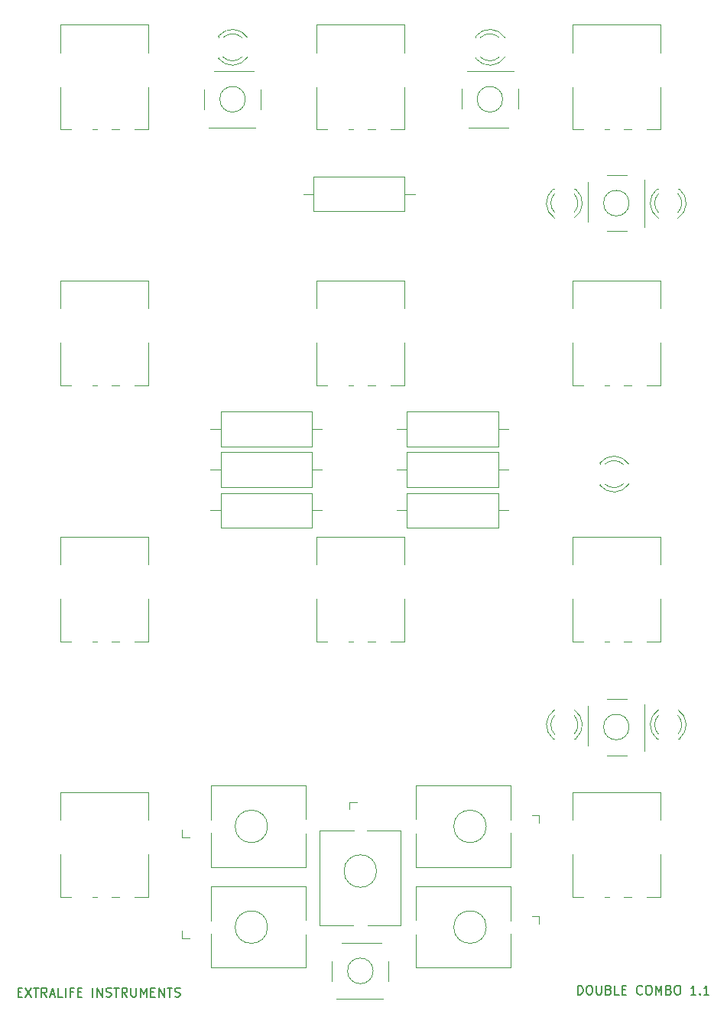
<source format=gbr>
%TF.GenerationSoftware,KiCad,Pcbnew,7.0.1*%
%TF.CreationDate,2023-10-25T20:50:29-07:00*%
%TF.ProjectId,daisy_ampsim_euro_pcb,64616973-795f-4616-9d70-73696d5f6575,rev?*%
%TF.SameCoordinates,Original*%
%TF.FileFunction,Legend,Top*%
%TF.FilePolarity,Positive*%
%FSLAX46Y46*%
G04 Gerber Fmt 4.6, Leading zero omitted, Abs format (unit mm)*
G04 Created by KiCad (PCBNEW 7.0.1) date 2023-10-25 20:50:29*
%MOMM*%
%LPD*%
G01*
G04 APERTURE LIST*
%ADD10C,0.150000*%
%ADD11C,0.120000*%
G04 APERTURE END LIST*
D10*
X42238095Y-151353809D02*
X42571428Y-151353809D01*
X42714285Y-151877619D02*
X42238095Y-151877619D01*
X42238095Y-151877619D02*
X42238095Y-150877619D01*
X42238095Y-150877619D02*
X42714285Y-150877619D01*
X43047619Y-150877619D02*
X43714285Y-151877619D01*
X43714285Y-150877619D02*
X43047619Y-151877619D01*
X43952381Y-150877619D02*
X44523809Y-150877619D01*
X44238095Y-151877619D02*
X44238095Y-150877619D01*
X45428571Y-151877619D02*
X45095238Y-151401428D01*
X44857143Y-151877619D02*
X44857143Y-150877619D01*
X44857143Y-150877619D02*
X45238095Y-150877619D01*
X45238095Y-150877619D02*
X45333333Y-150925238D01*
X45333333Y-150925238D02*
X45380952Y-150972857D01*
X45380952Y-150972857D02*
X45428571Y-151068095D01*
X45428571Y-151068095D02*
X45428571Y-151210952D01*
X45428571Y-151210952D02*
X45380952Y-151306190D01*
X45380952Y-151306190D02*
X45333333Y-151353809D01*
X45333333Y-151353809D02*
X45238095Y-151401428D01*
X45238095Y-151401428D02*
X44857143Y-151401428D01*
X45809524Y-151591904D02*
X46285714Y-151591904D01*
X45714286Y-151877619D02*
X46047619Y-150877619D01*
X46047619Y-150877619D02*
X46380952Y-151877619D01*
X47190476Y-151877619D02*
X46714286Y-151877619D01*
X46714286Y-151877619D02*
X46714286Y-150877619D01*
X47523810Y-151877619D02*
X47523810Y-150877619D01*
X48333333Y-151353809D02*
X48000000Y-151353809D01*
X48000000Y-151877619D02*
X48000000Y-150877619D01*
X48000000Y-150877619D02*
X48476190Y-150877619D01*
X48857143Y-151353809D02*
X49190476Y-151353809D01*
X49333333Y-151877619D02*
X48857143Y-151877619D01*
X48857143Y-151877619D02*
X48857143Y-150877619D01*
X48857143Y-150877619D02*
X49333333Y-150877619D01*
X50523810Y-151877619D02*
X50523810Y-150877619D01*
X51000000Y-151877619D02*
X51000000Y-150877619D01*
X51000000Y-150877619D02*
X51571428Y-151877619D01*
X51571428Y-151877619D02*
X51571428Y-150877619D01*
X52000000Y-151830000D02*
X52142857Y-151877619D01*
X52142857Y-151877619D02*
X52380952Y-151877619D01*
X52380952Y-151877619D02*
X52476190Y-151830000D01*
X52476190Y-151830000D02*
X52523809Y-151782380D01*
X52523809Y-151782380D02*
X52571428Y-151687142D01*
X52571428Y-151687142D02*
X52571428Y-151591904D01*
X52571428Y-151591904D02*
X52523809Y-151496666D01*
X52523809Y-151496666D02*
X52476190Y-151449047D01*
X52476190Y-151449047D02*
X52380952Y-151401428D01*
X52380952Y-151401428D02*
X52190476Y-151353809D01*
X52190476Y-151353809D02*
X52095238Y-151306190D01*
X52095238Y-151306190D02*
X52047619Y-151258571D01*
X52047619Y-151258571D02*
X52000000Y-151163333D01*
X52000000Y-151163333D02*
X52000000Y-151068095D01*
X52000000Y-151068095D02*
X52047619Y-150972857D01*
X52047619Y-150972857D02*
X52095238Y-150925238D01*
X52095238Y-150925238D02*
X52190476Y-150877619D01*
X52190476Y-150877619D02*
X52428571Y-150877619D01*
X52428571Y-150877619D02*
X52571428Y-150925238D01*
X52857143Y-150877619D02*
X53428571Y-150877619D01*
X53142857Y-151877619D02*
X53142857Y-150877619D01*
X54333333Y-151877619D02*
X54000000Y-151401428D01*
X53761905Y-151877619D02*
X53761905Y-150877619D01*
X53761905Y-150877619D02*
X54142857Y-150877619D01*
X54142857Y-150877619D02*
X54238095Y-150925238D01*
X54238095Y-150925238D02*
X54285714Y-150972857D01*
X54285714Y-150972857D02*
X54333333Y-151068095D01*
X54333333Y-151068095D02*
X54333333Y-151210952D01*
X54333333Y-151210952D02*
X54285714Y-151306190D01*
X54285714Y-151306190D02*
X54238095Y-151353809D01*
X54238095Y-151353809D02*
X54142857Y-151401428D01*
X54142857Y-151401428D02*
X53761905Y-151401428D01*
X54761905Y-150877619D02*
X54761905Y-151687142D01*
X54761905Y-151687142D02*
X54809524Y-151782380D01*
X54809524Y-151782380D02*
X54857143Y-151830000D01*
X54857143Y-151830000D02*
X54952381Y-151877619D01*
X54952381Y-151877619D02*
X55142857Y-151877619D01*
X55142857Y-151877619D02*
X55238095Y-151830000D01*
X55238095Y-151830000D02*
X55285714Y-151782380D01*
X55285714Y-151782380D02*
X55333333Y-151687142D01*
X55333333Y-151687142D02*
X55333333Y-150877619D01*
X55809524Y-151877619D02*
X55809524Y-150877619D01*
X55809524Y-150877619D02*
X56142857Y-151591904D01*
X56142857Y-151591904D02*
X56476190Y-150877619D01*
X56476190Y-150877619D02*
X56476190Y-151877619D01*
X56952381Y-151353809D02*
X57285714Y-151353809D01*
X57428571Y-151877619D02*
X56952381Y-151877619D01*
X56952381Y-151877619D02*
X56952381Y-150877619D01*
X56952381Y-150877619D02*
X57428571Y-150877619D01*
X57857143Y-151877619D02*
X57857143Y-150877619D01*
X57857143Y-150877619D02*
X58428571Y-151877619D01*
X58428571Y-151877619D02*
X58428571Y-150877619D01*
X58761905Y-150877619D02*
X59333333Y-150877619D01*
X59047619Y-151877619D02*
X59047619Y-150877619D01*
X59619048Y-151830000D02*
X59761905Y-151877619D01*
X59761905Y-151877619D02*
X60000000Y-151877619D01*
X60000000Y-151877619D02*
X60095238Y-151830000D01*
X60095238Y-151830000D02*
X60142857Y-151782380D01*
X60142857Y-151782380D02*
X60190476Y-151687142D01*
X60190476Y-151687142D02*
X60190476Y-151591904D01*
X60190476Y-151591904D02*
X60142857Y-151496666D01*
X60142857Y-151496666D02*
X60095238Y-151449047D01*
X60095238Y-151449047D02*
X60000000Y-151401428D01*
X60000000Y-151401428D02*
X59809524Y-151353809D01*
X59809524Y-151353809D02*
X59714286Y-151306190D01*
X59714286Y-151306190D02*
X59666667Y-151258571D01*
X59666667Y-151258571D02*
X59619048Y-151163333D01*
X59619048Y-151163333D02*
X59619048Y-151068095D01*
X59619048Y-151068095D02*
X59666667Y-150972857D01*
X59666667Y-150972857D02*
X59714286Y-150925238D01*
X59714286Y-150925238D02*
X59809524Y-150877619D01*
X59809524Y-150877619D02*
X60047619Y-150877619D01*
X60047619Y-150877619D02*
X60190476Y-150925238D01*
X104238095Y-151627619D02*
X104238095Y-150627619D01*
X104238095Y-150627619D02*
X104476190Y-150627619D01*
X104476190Y-150627619D02*
X104619047Y-150675238D01*
X104619047Y-150675238D02*
X104714285Y-150770476D01*
X104714285Y-150770476D02*
X104761904Y-150865714D01*
X104761904Y-150865714D02*
X104809523Y-151056190D01*
X104809523Y-151056190D02*
X104809523Y-151199047D01*
X104809523Y-151199047D02*
X104761904Y-151389523D01*
X104761904Y-151389523D02*
X104714285Y-151484761D01*
X104714285Y-151484761D02*
X104619047Y-151580000D01*
X104619047Y-151580000D02*
X104476190Y-151627619D01*
X104476190Y-151627619D02*
X104238095Y-151627619D01*
X105428571Y-150627619D02*
X105619047Y-150627619D01*
X105619047Y-150627619D02*
X105714285Y-150675238D01*
X105714285Y-150675238D02*
X105809523Y-150770476D01*
X105809523Y-150770476D02*
X105857142Y-150960952D01*
X105857142Y-150960952D02*
X105857142Y-151294285D01*
X105857142Y-151294285D02*
X105809523Y-151484761D01*
X105809523Y-151484761D02*
X105714285Y-151580000D01*
X105714285Y-151580000D02*
X105619047Y-151627619D01*
X105619047Y-151627619D02*
X105428571Y-151627619D01*
X105428571Y-151627619D02*
X105333333Y-151580000D01*
X105333333Y-151580000D02*
X105238095Y-151484761D01*
X105238095Y-151484761D02*
X105190476Y-151294285D01*
X105190476Y-151294285D02*
X105190476Y-150960952D01*
X105190476Y-150960952D02*
X105238095Y-150770476D01*
X105238095Y-150770476D02*
X105333333Y-150675238D01*
X105333333Y-150675238D02*
X105428571Y-150627619D01*
X106285714Y-150627619D02*
X106285714Y-151437142D01*
X106285714Y-151437142D02*
X106333333Y-151532380D01*
X106333333Y-151532380D02*
X106380952Y-151580000D01*
X106380952Y-151580000D02*
X106476190Y-151627619D01*
X106476190Y-151627619D02*
X106666666Y-151627619D01*
X106666666Y-151627619D02*
X106761904Y-151580000D01*
X106761904Y-151580000D02*
X106809523Y-151532380D01*
X106809523Y-151532380D02*
X106857142Y-151437142D01*
X106857142Y-151437142D02*
X106857142Y-150627619D01*
X107666666Y-151103809D02*
X107809523Y-151151428D01*
X107809523Y-151151428D02*
X107857142Y-151199047D01*
X107857142Y-151199047D02*
X107904761Y-151294285D01*
X107904761Y-151294285D02*
X107904761Y-151437142D01*
X107904761Y-151437142D02*
X107857142Y-151532380D01*
X107857142Y-151532380D02*
X107809523Y-151580000D01*
X107809523Y-151580000D02*
X107714285Y-151627619D01*
X107714285Y-151627619D02*
X107333333Y-151627619D01*
X107333333Y-151627619D02*
X107333333Y-150627619D01*
X107333333Y-150627619D02*
X107666666Y-150627619D01*
X107666666Y-150627619D02*
X107761904Y-150675238D01*
X107761904Y-150675238D02*
X107809523Y-150722857D01*
X107809523Y-150722857D02*
X107857142Y-150818095D01*
X107857142Y-150818095D02*
X107857142Y-150913333D01*
X107857142Y-150913333D02*
X107809523Y-151008571D01*
X107809523Y-151008571D02*
X107761904Y-151056190D01*
X107761904Y-151056190D02*
X107666666Y-151103809D01*
X107666666Y-151103809D02*
X107333333Y-151103809D01*
X108809523Y-151627619D02*
X108333333Y-151627619D01*
X108333333Y-151627619D02*
X108333333Y-150627619D01*
X109142857Y-151103809D02*
X109476190Y-151103809D01*
X109619047Y-151627619D02*
X109142857Y-151627619D01*
X109142857Y-151627619D02*
X109142857Y-150627619D01*
X109142857Y-150627619D02*
X109619047Y-150627619D01*
X111380952Y-151532380D02*
X111333333Y-151580000D01*
X111333333Y-151580000D02*
X111190476Y-151627619D01*
X111190476Y-151627619D02*
X111095238Y-151627619D01*
X111095238Y-151627619D02*
X110952381Y-151580000D01*
X110952381Y-151580000D02*
X110857143Y-151484761D01*
X110857143Y-151484761D02*
X110809524Y-151389523D01*
X110809524Y-151389523D02*
X110761905Y-151199047D01*
X110761905Y-151199047D02*
X110761905Y-151056190D01*
X110761905Y-151056190D02*
X110809524Y-150865714D01*
X110809524Y-150865714D02*
X110857143Y-150770476D01*
X110857143Y-150770476D02*
X110952381Y-150675238D01*
X110952381Y-150675238D02*
X111095238Y-150627619D01*
X111095238Y-150627619D02*
X111190476Y-150627619D01*
X111190476Y-150627619D02*
X111333333Y-150675238D01*
X111333333Y-150675238D02*
X111380952Y-150722857D01*
X112000000Y-150627619D02*
X112190476Y-150627619D01*
X112190476Y-150627619D02*
X112285714Y-150675238D01*
X112285714Y-150675238D02*
X112380952Y-150770476D01*
X112380952Y-150770476D02*
X112428571Y-150960952D01*
X112428571Y-150960952D02*
X112428571Y-151294285D01*
X112428571Y-151294285D02*
X112380952Y-151484761D01*
X112380952Y-151484761D02*
X112285714Y-151580000D01*
X112285714Y-151580000D02*
X112190476Y-151627619D01*
X112190476Y-151627619D02*
X112000000Y-151627619D01*
X112000000Y-151627619D02*
X111904762Y-151580000D01*
X111904762Y-151580000D02*
X111809524Y-151484761D01*
X111809524Y-151484761D02*
X111761905Y-151294285D01*
X111761905Y-151294285D02*
X111761905Y-150960952D01*
X111761905Y-150960952D02*
X111809524Y-150770476D01*
X111809524Y-150770476D02*
X111904762Y-150675238D01*
X111904762Y-150675238D02*
X112000000Y-150627619D01*
X112857143Y-151627619D02*
X112857143Y-150627619D01*
X112857143Y-150627619D02*
X113190476Y-151341904D01*
X113190476Y-151341904D02*
X113523809Y-150627619D01*
X113523809Y-150627619D02*
X113523809Y-151627619D01*
X114333333Y-151103809D02*
X114476190Y-151151428D01*
X114476190Y-151151428D02*
X114523809Y-151199047D01*
X114523809Y-151199047D02*
X114571428Y-151294285D01*
X114571428Y-151294285D02*
X114571428Y-151437142D01*
X114571428Y-151437142D02*
X114523809Y-151532380D01*
X114523809Y-151532380D02*
X114476190Y-151580000D01*
X114476190Y-151580000D02*
X114380952Y-151627619D01*
X114380952Y-151627619D02*
X114000000Y-151627619D01*
X114000000Y-151627619D02*
X114000000Y-150627619D01*
X114000000Y-150627619D02*
X114333333Y-150627619D01*
X114333333Y-150627619D02*
X114428571Y-150675238D01*
X114428571Y-150675238D02*
X114476190Y-150722857D01*
X114476190Y-150722857D02*
X114523809Y-150818095D01*
X114523809Y-150818095D02*
X114523809Y-150913333D01*
X114523809Y-150913333D02*
X114476190Y-151008571D01*
X114476190Y-151008571D02*
X114428571Y-151056190D01*
X114428571Y-151056190D02*
X114333333Y-151103809D01*
X114333333Y-151103809D02*
X114000000Y-151103809D01*
X115190476Y-150627619D02*
X115380952Y-150627619D01*
X115380952Y-150627619D02*
X115476190Y-150675238D01*
X115476190Y-150675238D02*
X115571428Y-150770476D01*
X115571428Y-150770476D02*
X115619047Y-150960952D01*
X115619047Y-150960952D02*
X115619047Y-151294285D01*
X115619047Y-151294285D02*
X115571428Y-151484761D01*
X115571428Y-151484761D02*
X115476190Y-151580000D01*
X115476190Y-151580000D02*
X115380952Y-151627619D01*
X115380952Y-151627619D02*
X115190476Y-151627619D01*
X115190476Y-151627619D02*
X115095238Y-151580000D01*
X115095238Y-151580000D02*
X115000000Y-151484761D01*
X115000000Y-151484761D02*
X114952381Y-151294285D01*
X114952381Y-151294285D02*
X114952381Y-150960952D01*
X114952381Y-150960952D02*
X115000000Y-150770476D01*
X115000000Y-150770476D02*
X115095238Y-150675238D01*
X115095238Y-150675238D02*
X115190476Y-150627619D01*
X117333333Y-151627619D02*
X116761905Y-151627619D01*
X117047619Y-151627619D02*
X117047619Y-150627619D01*
X117047619Y-150627619D02*
X116952381Y-150770476D01*
X116952381Y-150770476D02*
X116857143Y-150865714D01*
X116857143Y-150865714D02*
X116761905Y-150913333D01*
X117761905Y-151532380D02*
X117809524Y-151580000D01*
X117809524Y-151580000D02*
X117761905Y-151627619D01*
X117761905Y-151627619D02*
X117714286Y-151580000D01*
X117714286Y-151580000D02*
X117761905Y-151532380D01*
X117761905Y-151532380D02*
X117761905Y-151627619D01*
X118761904Y-151627619D02*
X118190476Y-151627619D01*
X118476190Y-151627619D02*
X118476190Y-150627619D01*
X118476190Y-150627619D02*
X118380952Y-150770476D01*
X118380952Y-150770476D02*
X118285714Y-150865714D01*
X118285714Y-150865714D02*
X118190476Y-150913333D01*
D11*
%TO.C,R1*%
X86180000Y-63000000D02*
X85070000Y-63000000D01*
X85070000Y-64920000D02*
X85070000Y-61080000D01*
X85070000Y-61080000D02*
X74930000Y-61080000D01*
X74930000Y-64920000D02*
X85070000Y-64920000D01*
X74930000Y-61080000D02*
X74930000Y-64920000D01*
X73820000Y-63000000D02*
X74930000Y-63000000D01*
%TO.C,SW2*%
X97620000Y-51350000D02*
X97620000Y-53550000D01*
X97150000Y-49380000D02*
X91950000Y-49380000D01*
X96550000Y-55620000D02*
X92150000Y-55620000D01*
X91380000Y-53550000D02*
X91380000Y-51350000D01*
X95914214Y-52500000D02*
G75*
G03*
X95914214Y-52500000I-1414214J0D01*
G01*
%TO.C,R2*%
X84190000Y-89000000D02*
X85300000Y-89000000D01*
X85300000Y-87080000D02*
X85300000Y-90920000D01*
X85300000Y-90920000D02*
X95440000Y-90920000D01*
X95440000Y-87080000D02*
X85300000Y-87080000D01*
X95440000Y-90920000D02*
X95440000Y-87080000D01*
X96550000Y-89000000D02*
X95440000Y-89000000D01*
%TO.C,D7*%
X101514000Y-123315000D02*
X101670000Y-123315000D01*
X103830000Y-123315000D02*
X103986000Y-123315000D01*
X101671392Y-120082666D02*
G75*
G03*
X101514485Y-123314999I1078608J-1672334D01*
G01*
X101670164Y-120713871D02*
G75*
G03*
X101670001Y-122795960I1079836J-1041129D01*
G01*
X103829999Y-122795960D02*
G75*
G03*
X103829836Y-120713871I-1079999J1040960D01*
G01*
X103985515Y-123314999D02*
G75*
G03*
X103828608Y-120082666I-1235515J1559999D01*
G01*
%TO.C,SW1*%
X62880000Y-53650000D02*
X62880000Y-51450000D01*
X63350000Y-55620000D02*
X68550000Y-55620000D01*
X63950000Y-49380000D02*
X68350000Y-49380000D01*
X69120000Y-51450000D02*
X69120000Y-53650000D01*
X67414214Y-52500000D02*
G75*
G03*
X67414214Y-52500000I-1414214J0D01*
G01*
%TO.C,J1*%
X63580000Y-137500000D02*
X74080000Y-137500000D01*
X60430000Y-134230000D02*
X61230000Y-134230000D01*
X60430000Y-134230000D02*
X60430000Y-133370000D01*
X74080000Y-133800000D02*
X74080000Y-137500000D01*
X63580000Y-133720000D02*
X63580000Y-137500000D01*
X63580000Y-128500000D02*
X63580000Y-132280000D01*
X63580000Y-128500000D02*
X74080000Y-128500000D01*
X74080000Y-128500000D02*
X74080000Y-132200000D01*
X69880000Y-133000000D02*
G75*
G03*
X69880000Y-133000000I-1800000J0D01*
G01*
%TO.C,RV3*%
X103620000Y-55845000D02*
X103620000Y-51125000D01*
X104810000Y-55845000D02*
X103630000Y-55845000D01*
X107710000Y-55845000D02*
X107180000Y-55845000D01*
X110160000Y-55845000D02*
X109330000Y-55845000D01*
X113370000Y-55845000D02*
X111880000Y-55845000D01*
X113370000Y-55845000D02*
X113370000Y-51125000D01*
X103630000Y-47315000D02*
X103630000Y-44255000D01*
X113370000Y-47315000D02*
X113370000Y-44255000D01*
X113370000Y-44255000D02*
X103630000Y-44255000D01*
%TO.C,D5*%
X106685000Y-92764000D02*
X106685000Y-92920000D01*
X106685000Y-95080000D02*
X106685000Y-95236000D01*
X109917334Y-92921392D02*
G75*
G03*
X106685001Y-92764485I-1672334J-1078608D01*
G01*
X109286129Y-92920164D02*
G75*
G03*
X107204040Y-92920001I-1041129J-1079836D01*
G01*
X107204040Y-95079999D02*
G75*
G03*
X109286129Y-95079836I1040960J1079999D01*
G01*
X106685001Y-95235515D02*
G75*
G03*
X109917334Y-95078608I1559999J1235515D01*
G01*
%TO.C,R7*%
X63570000Y-98000000D02*
X64680000Y-98000000D01*
X64680000Y-96080000D02*
X64680000Y-99920000D01*
X64680000Y-99920000D02*
X74820000Y-99920000D01*
X74820000Y-96080000D02*
X64680000Y-96080000D01*
X74820000Y-99920000D02*
X74820000Y-96080000D01*
X75930000Y-98000000D02*
X74820000Y-98000000D01*
%TO.C,R4*%
X96550000Y-98000000D02*
X95440000Y-98000000D01*
X95440000Y-99920000D02*
X95440000Y-96080000D01*
X95440000Y-96080000D02*
X85300000Y-96080000D01*
X85300000Y-99920000D02*
X95440000Y-99920000D01*
X85300000Y-96080000D02*
X85300000Y-99920000D01*
X84190000Y-98000000D02*
X85300000Y-98000000D01*
%TO.C,RV7*%
X46920000Y-112511666D02*
X46920000Y-107791666D01*
X48110000Y-112511666D02*
X46930000Y-112511666D01*
X51010000Y-112511666D02*
X50480000Y-112511666D01*
X53460000Y-112511666D02*
X52630000Y-112511666D01*
X56670000Y-112511666D02*
X55180000Y-112511666D01*
X56670000Y-112511666D02*
X56670000Y-107791666D01*
X46930000Y-103981666D02*
X46930000Y-100921666D01*
X56670000Y-103981666D02*
X56670000Y-100921666D01*
X56670000Y-100921666D02*
X46930000Y-100921666D01*
%TO.C,J6*%
X96800000Y-139650000D02*
X86300000Y-139650000D01*
X99950000Y-142920000D02*
X99150000Y-142920000D01*
X99950000Y-142920000D02*
X99950000Y-143780000D01*
X86300000Y-143350000D02*
X86300000Y-139650000D01*
X96800000Y-143430000D02*
X96800000Y-139650000D01*
X96800000Y-148650000D02*
X96800000Y-144870000D01*
X96800000Y-148650000D02*
X86300000Y-148650000D01*
X86300000Y-148650000D02*
X86300000Y-144950000D01*
X94100000Y-144150000D02*
G75*
G03*
X94100000Y-144150000I-1800000J0D01*
G01*
%TO.C,RV8*%
X75270000Y-112511666D02*
X75270000Y-107791666D01*
X76460000Y-112511666D02*
X75280000Y-112511666D01*
X79360000Y-112511666D02*
X78830000Y-112511666D01*
X81810000Y-112511666D02*
X80980000Y-112511666D01*
X85020000Y-112511666D02*
X83530000Y-112511666D01*
X85020000Y-112511666D02*
X85020000Y-107791666D01*
X75280000Y-103981666D02*
X75280000Y-100921666D01*
X85020000Y-103981666D02*
X85020000Y-100921666D01*
X85020000Y-100921666D02*
X75280000Y-100921666D01*
%TO.C,D4*%
X115486000Y-62435000D02*
X115330000Y-62435000D01*
X113170000Y-62435000D02*
X113014000Y-62435000D01*
X115328608Y-65667334D02*
G75*
G03*
X115485515Y-62435001I-1078608J1672334D01*
G01*
X115329836Y-65036129D02*
G75*
G03*
X115329999Y-62954040I-1079836J1041129D01*
G01*
X113170001Y-62954040D02*
G75*
G03*
X113170164Y-65036129I1079999J-1040960D01*
G01*
X113014485Y-62435001D02*
G75*
G03*
X113171392Y-65667334I1235515J-1559999D01*
G01*
%TO.C,RV11*%
X103620000Y-140845000D02*
X103620000Y-136125000D01*
X104810000Y-140845000D02*
X103630000Y-140845000D01*
X107710000Y-140845000D02*
X107180000Y-140845000D01*
X110160000Y-140845000D02*
X109330000Y-140845000D01*
X113370000Y-140845000D02*
X111880000Y-140845000D01*
X113370000Y-140845000D02*
X113370000Y-136125000D01*
X103630000Y-132315000D02*
X103630000Y-129255000D01*
X113370000Y-132315000D02*
X113370000Y-129255000D01*
X113370000Y-129255000D02*
X103630000Y-129255000D01*
%TO.C,RV2*%
X75270000Y-55845000D02*
X75270000Y-51125000D01*
X76460000Y-55845000D02*
X75280000Y-55845000D01*
X79360000Y-55845000D02*
X78830000Y-55845000D01*
X81810000Y-55845000D02*
X80980000Y-55845000D01*
X85020000Y-55845000D02*
X83530000Y-55845000D01*
X85020000Y-55845000D02*
X85020000Y-51125000D01*
X75280000Y-47315000D02*
X75280000Y-44255000D01*
X85020000Y-47315000D02*
X85020000Y-44255000D01*
X85020000Y-44255000D02*
X75280000Y-44255000D01*
%TO.C,D6*%
X113014000Y-123315000D02*
X113170000Y-123315000D01*
X115330000Y-123315000D02*
X115486000Y-123315000D01*
X113171392Y-120082666D02*
G75*
G03*
X113014485Y-123314999I1078608J-1672334D01*
G01*
X113170164Y-120713871D02*
G75*
G03*
X113170001Y-122795960I1079836J-1041129D01*
G01*
X115329999Y-122795960D02*
G75*
G03*
X115329836Y-120713871I-1079999J1040960D01*
G01*
X115485515Y-123314999D02*
G75*
G03*
X115328608Y-120082666I-1235515J1559999D01*
G01*
%TO.C,RV5*%
X75270000Y-84178333D02*
X75270000Y-79458333D01*
X76460000Y-84178333D02*
X75280000Y-84178333D01*
X79360000Y-84178333D02*
X78830000Y-84178333D01*
X81810000Y-84178333D02*
X80980000Y-84178333D01*
X85020000Y-84178333D02*
X83530000Y-84178333D01*
X85020000Y-84178333D02*
X85020000Y-79458333D01*
X75280000Y-75648333D02*
X75280000Y-72588333D01*
X85020000Y-75648333D02*
X85020000Y-72588333D01*
X85020000Y-72588333D02*
X75280000Y-72588333D01*
%TO.C,D1*%
X64435000Y-45514000D02*
X64435000Y-45670000D01*
X64435000Y-47830000D02*
X64435000Y-47986000D01*
X67667334Y-45671392D02*
G75*
G03*
X64435001Y-45514485I-1672334J-1078608D01*
G01*
X67036129Y-45670164D02*
G75*
G03*
X64954040Y-45670001I-1041129J-1079836D01*
G01*
X64954040Y-47829999D02*
G75*
G03*
X67036129Y-47829836I1040960J1079999D01*
G01*
X64435001Y-47985515D02*
G75*
G03*
X67667334Y-47828608I1559999J1235515D01*
G01*
%TO.C,RV10*%
X46920000Y-140845000D02*
X46920000Y-136125000D01*
X48110000Y-140845000D02*
X46930000Y-140845000D01*
X51010000Y-140845000D02*
X50480000Y-140845000D01*
X53460000Y-140845000D02*
X52630000Y-140845000D01*
X56670000Y-140845000D02*
X55180000Y-140845000D01*
X56670000Y-140845000D02*
X56670000Y-136125000D01*
X46930000Y-132315000D02*
X46930000Y-129255000D01*
X56670000Y-132315000D02*
X56670000Y-129255000D01*
X56670000Y-129255000D02*
X46930000Y-129255000D01*
%TO.C,D2*%
X92935000Y-45514000D02*
X92935000Y-45670000D01*
X92935000Y-47830000D02*
X92935000Y-47986000D01*
X96167334Y-45671392D02*
G75*
G03*
X92935001Y-45514485I-1672334J-1078608D01*
G01*
X95536129Y-45670164D02*
G75*
G03*
X93454040Y-45670001I-1041129J-1079836D01*
G01*
X93454040Y-47829999D02*
G75*
G03*
X95536129Y-47829836I1040960J1079999D01*
G01*
X92935001Y-47985515D02*
G75*
G03*
X96167334Y-47828608I1559999J1235515D01*
G01*
%TO.C,RV4*%
X46920000Y-84178333D02*
X46920000Y-79458333D01*
X48110000Y-84178333D02*
X46930000Y-84178333D01*
X51010000Y-84178333D02*
X50480000Y-84178333D01*
X53460000Y-84178333D02*
X52630000Y-84178333D01*
X56670000Y-84178333D02*
X55180000Y-84178333D01*
X56670000Y-84178333D02*
X56670000Y-79458333D01*
X46930000Y-75648333D02*
X46930000Y-72588333D01*
X56670000Y-75648333D02*
X56670000Y-72588333D01*
X56670000Y-72588333D02*
X46930000Y-72588333D01*
%TO.C,D3*%
X103986000Y-62435000D02*
X103830000Y-62435000D01*
X101670000Y-62435000D02*
X101514000Y-62435000D01*
X103828608Y-65667334D02*
G75*
G03*
X103985515Y-62435001I-1078608J1672334D01*
G01*
X103829836Y-65036129D02*
G75*
G03*
X103829999Y-62954040I-1079836J1041129D01*
G01*
X101670001Y-62954040D02*
G75*
G03*
X101670164Y-65036129I1079999J-1040960D01*
G01*
X101514485Y-62435001D02*
G75*
G03*
X101671392Y-65667334I1235515J-1559999D01*
G01*
%TO.C,J2*%
X63580000Y-148650000D02*
X74080000Y-148650000D01*
X60430000Y-145380000D02*
X61230000Y-145380000D01*
X60430000Y-145380000D02*
X60430000Y-144520000D01*
X74080000Y-144950000D02*
X74080000Y-148650000D01*
X63580000Y-144870000D02*
X63580000Y-148650000D01*
X63580000Y-139650000D02*
X63580000Y-143430000D01*
X63580000Y-139650000D02*
X74080000Y-139650000D01*
X74080000Y-139650000D02*
X74080000Y-143350000D01*
X69880000Y-144150000D02*
G75*
G03*
X69880000Y-144150000I-1800000J0D01*
G01*
%TO.C,R3*%
X96550000Y-93500000D02*
X95440000Y-93500000D01*
X95440000Y-95420000D02*
X95440000Y-91580000D01*
X95440000Y-91580000D02*
X85300000Y-91580000D01*
X85300000Y-95420000D02*
X95440000Y-95420000D01*
X85300000Y-91580000D02*
X85300000Y-95420000D01*
X84190000Y-93500000D02*
X85300000Y-93500000D01*
%TO.C,J3*%
X75650000Y-133444794D02*
X75650000Y-143944794D01*
X78920000Y-130294794D02*
X78920000Y-131094794D01*
X78920000Y-130294794D02*
X79780000Y-130294794D01*
X79350000Y-143944794D02*
X75650000Y-143944794D01*
X79430000Y-133444794D02*
X75650000Y-133444794D01*
X84650000Y-133444794D02*
X80870000Y-133444794D01*
X84650000Y-133444794D02*
X84650000Y-143944794D01*
X84650000Y-143944794D02*
X80950000Y-143944794D01*
X81950000Y-137944794D02*
G75*
G03*
X81950000Y-137944794I-1800000J0D01*
G01*
%TO.C,RV1*%
X46920000Y-55845000D02*
X46920000Y-51125000D01*
X48110000Y-55845000D02*
X46930000Y-55845000D01*
X51010000Y-55845000D02*
X50480000Y-55845000D01*
X53460000Y-55845000D02*
X52630000Y-55845000D01*
X56670000Y-55845000D02*
X55180000Y-55845000D01*
X56670000Y-55845000D02*
X56670000Y-51125000D01*
X46930000Y-47315000D02*
X46930000Y-44255000D01*
X56670000Y-47315000D02*
X56670000Y-44255000D01*
X56670000Y-44255000D02*
X46930000Y-44255000D01*
%TO.C,J5*%
X96800000Y-128500000D02*
X86300000Y-128500000D01*
X99950000Y-131770000D02*
X99150000Y-131770000D01*
X99950000Y-131770000D02*
X99950000Y-132630000D01*
X86300000Y-132200000D02*
X86300000Y-128500000D01*
X96800000Y-132280000D02*
X96800000Y-128500000D01*
X96800000Y-137500000D02*
X96800000Y-133720000D01*
X96800000Y-137500000D02*
X86300000Y-137500000D01*
X86300000Y-137500000D02*
X86300000Y-133800000D01*
X94100000Y-133000000D02*
G75*
G03*
X94100000Y-133000000I-1800000J0D01*
G01*
%TO.C,RV6*%
X103620000Y-84178333D02*
X103620000Y-79458333D01*
X104810000Y-84178333D02*
X103630000Y-84178333D01*
X107710000Y-84178333D02*
X107180000Y-84178333D01*
X110160000Y-84178333D02*
X109330000Y-84178333D01*
X113370000Y-84178333D02*
X111880000Y-84178333D01*
X113370000Y-84178333D02*
X113370000Y-79458333D01*
X103630000Y-75648333D02*
X103630000Y-72588333D01*
X113370000Y-75648333D02*
X113370000Y-72588333D01*
X113370000Y-72588333D02*
X103630000Y-72588333D01*
%TO.C,SW4*%
X109650000Y-125120000D02*
X107450000Y-125120000D01*
X111620000Y-124650000D02*
X111620000Y-119450000D01*
X105380000Y-124050000D02*
X105380000Y-119650000D01*
X107450000Y-118880000D02*
X109650000Y-118880000D01*
X109914214Y-122000000D02*
G75*
G03*
X109914214Y-122000000I-1414214J0D01*
G01*
%TO.C,R6*%
X63570000Y-93500000D02*
X64680000Y-93500000D01*
X64680000Y-91580000D02*
X64680000Y-95420000D01*
X64680000Y-95420000D02*
X74820000Y-95420000D01*
X74820000Y-91580000D02*
X64680000Y-91580000D01*
X74820000Y-95420000D02*
X74820000Y-91580000D01*
X75930000Y-93500000D02*
X74820000Y-93500000D01*
%TO.C,RV9*%
X103620000Y-112511666D02*
X103620000Y-107791666D01*
X104810000Y-112511666D02*
X103630000Y-112511666D01*
X107710000Y-112511666D02*
X107180000Y-112511666D01*
X110160000Y-112511666D02*
X109330000Y-112511666D01*
X113370000Y-112511666D02*
X111880000Y-112511666D01*
X113370000Y-112511666D02*
X113370000Y-107791666D01*
X103630000Y-103981666D02*
X103630000Y-100921666D01*
X113370000Y-103981666D02*
X113370000Y-100921666D01*
X113370000Y-100921666D02*
X103630000Y-100921666D01*
%TO.C,SW3*%
X109650000Y-67120000D02*
X107450000Y-67120000D01*
X111620000Y-66650000D02*
X111620000Y-61450000D01*
X105380000Y-66050000D02*
X105380000Y-61650000D01*
X107450000Y-60880000D02*
X109650000Y-60880000D01*
X109914214Y-64000000D02*
G75*
G03*
X109914214Y-64000000I-1414214J0D01*
G01*
%TO.C,SW5*%
X77030000Y-150150000D02*
X77030000Y-147950000D01*
X77500000Y-152120000D02*
X82700000Y-152120000D01*
X78100000Y-145880000D02*
X82500000Y-145880000D01*
X83270000Y-147950000D02*
X83270000Y-150150000D01*
X81564214Y-149000000D02*
G75*
G03*
X81564214Y-149000000I-1414214J0D01*
G01*
%TO.C,R5*%
X63570000Y-89000000D02*
X64680000Y-89000000D01*
X64680000Y-87080000D02*
X64680000Y-90920000D01*
X64680000Y-90920000D02*
X74820000Y-90920000D01*
X74820000Y-87080000D02*
X64680000Y-87080000D01*
X74820000Y-90920000D02*
X74820000Y-87080000D01*
X75930000Y-89000000D02*
X74820000Y-89000000D01*
%TD*%
M02*

</source>
